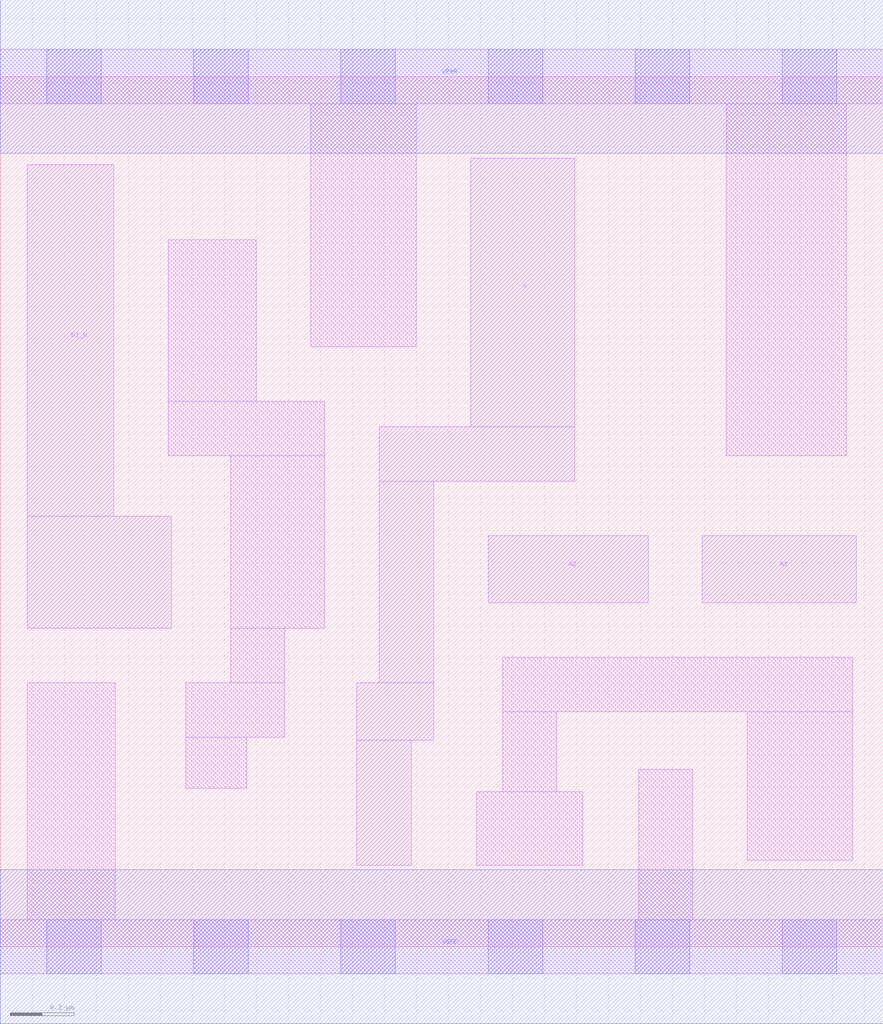
<source format=lef>
# Copyright 2020 The SkyWater PDK Authors
#
# Licensed under the Apache License, Version 2.0 (the "License");
# you may not use this file except in compliance with the License.
# You may obtain a copy of the License at
#
#     https://www.apache.org/licenses/LICENSE-2.0
#
# Unless required by applicable law or agreed to in writing, software
# distributed under the License is distributed on an "AS IS" BASIS,
# WITHOUT WARRANTIES OR CONDITIONS OF ANY KIND, either express or implied.
# See the License for the specific language governing permissions and
# limitations under the License.
#
# SPDX-License-Identifier: Apache-2.0

VERSION 5.7 ;
  NAMESCASESENSITIVE ON ;
  NOWIREEXTENSIONATPIN ON ;
  DIVIDERCHAR "/" ;
  BUSBITCHARS "[]" ;
UNITS
  DATABASE MICRONS 200 ;
END UNITS
MACRO sky130_fd_sc_hd__o21bai_1
  CLASS CORE ;
  SOURCE USER ;
  FOREIGN sky130_fd_sc_hd__o21bai_1 ;
  ORIGIN  0.000000  0.000000 ;
  SIZE  2.760000 BY  2.720000 ;
  SYMMETRY X Y R90 ;
  SITE unithd ;
  PIN A1
    ANTENNAGATEAREA  0.247500 ;
    DIRECTION INPUT ;
    USE SIGNAL ;
    PORT
      LAYER li1 ;
        RECT 2.195000 1.075000 2.675000 1.285000 ;
    END
  END A1
  PIN A2
    ANTENNAGATEAREA  0.247500 ;
    DIRECTION INPUT ;
    USE SIGNAL ;
    PORT
      LAYER li1 ;
        RECT 1.525000 1.075000 2.025000 1.285000 ;
    END
  END A2
  PIN B1_N
    ANTENNAGATEAREA  0.126000 ;
    DIRECTION INPUT ;
    USE SIGNAL ;
    PORT
      LAYER li1 ;
        RECT 0.085000 0.995000 0.535000 1.345000 ;
        RECT 0.085000 1.345000 0.355000 2.445000 ;
    END
  END B1_N
  PIN Y
    ANTENNADIFFAREA  0.474000 ;
    DIRECTION OUTPUT ;
    USE SIGNAL ;
    PORT
      LAYER li1 ;
        RECT 1.115000 0.255000 1.285000 0.645000 ;
        RECT 1.115000 0.645000 1.355000 0.825000 ;
        RECT 1.185000 0.825000 1.355000 1.455000 ;
        RECT 1.185000 1.455000 1.795000 1.625000 ;
        RECT 1.470000 1.625000 1.795000 2.465000 ;
    END
  END Y
  PIN VGND
    DIRECTION INOUT ;
    SHAPE ABUTMENT ;
    USE GROUND ;
    PORT
      LAYER met1 ;
        RECT 0.000000 -0.240000 2.760000 0.240000 ;
    END
  END VGND
  PIN VPWR
    DIRECTION INOUT ;
    SHAPE ABUTMENT ;
    USE POWER ;
    PORT
      LAYER met1 ;
        RECT 0.000000 2.480000 2.760000 2.960000 ;
    END
  END VPWR
  OBS
    LAYER li1 ;
      RECT 0.000000 -0.085000 2.760000 0.085000 ;
      RECT 0.000000  2.635000 2.760000 2.805000 ;
      RECT 0.085000  0.085000 0.360000 0.825000 ;
      RECT 0.525000  1.535000 1.015000 1.705000 ;
      RECT 0.525000  1.705000 0.800000 2.210000 ;
      RECT 0.580000  0.495000 0.770000 0.655000 ;
      RECT 0.580000  0.655000 0.890000 0.825000 ;
      RECT 0.720000  0.825000 0.890000 0.995000 ;
      RECT 0.720000  0.995000 1.015000 1.535000 ;
      RECT 0.970000  1.875000 1.300000 2.635000 ;
      RECT 1.490000  0.255000 1.820000 0.485000 ;
      RECT 1.570000  0.485000 1.740000 0.735000 ;
      RECT 1.570000  0.735000 2.665000 0.905000 ;
      RECT 1.995000  0.085000 2.165000 0.555000 ;
      RECT 2.270000  1.535000 2.645000 2.635000 ;
      RECT 2.335000  0.270000 2.665000 0.735000 ;
    LAYER mcon ;
      RECT 0.145000 -0.085000 0.315000 0.085000 ;
      RECT 0.145000  2.635000 0.315000 2.805000 ;
      RECT 0.605000 -0.085000 0.775000 0.085000 ;
      RECT 0.605000  2.635000 0.775000 2.805000 ;
      RECT 1.065000 -0.085000 1.235000 0.085000 ;
      RECT 1.065000  2.635000 1.235000 2.805000 ;
      RECT 1.525000 -0.085000 1.695000 0.085000 ;
      RECT 1.525000  2.635000 1.695000 2.805000 ;
      RECT 1.985000 -0.085000 2.155000 0.085000 ;
      RECT 1.985000  2.635000 2.155000 2.805000 ;
      RECT 2.445000 -0.085000 2.615000 0.085000 ;
      RECT 2.445000  2.635000 2.615000 2.805000 ;
  END
END sky130_fd_sc_hd__o21bai_1
END LIBRARY

</source>
